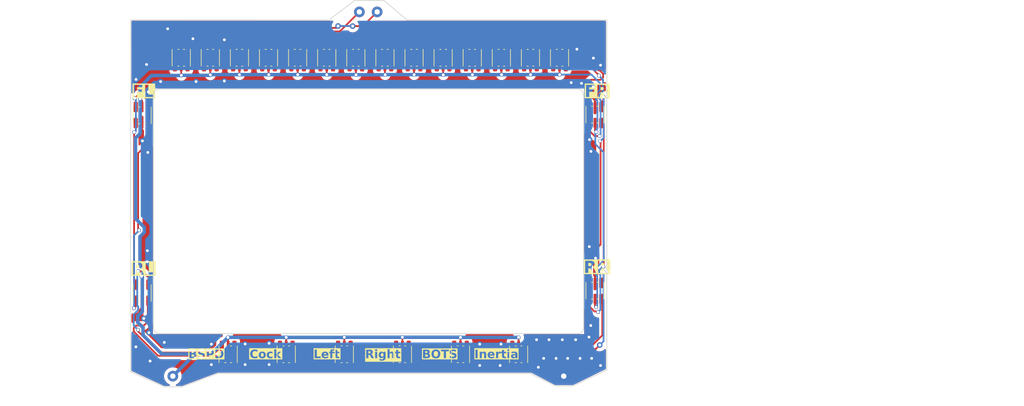
<source format=kicad_pcb>
(kicad_pcb (version 20221018) (generator pcbnew)
  (layers (0 "F.Cu" signal) (31 "B.Cu" signal) (34 "B.Paste" user) (35 "F.Paste" user) (36 "B.SilkS" user "B.Silkscreen") (37 "F.SilkS" user "F.Silkscreen") (38 "B.Mask" user) (39 "F.Mask" user) (44 "Edge.Cuts" user))
  (net 0 "")
  (net 1 "/I2C_Data")
  (net 2 "Net-(D1-DO)")
  (net 3 "/I2C_CLK")
  (net 4 "Net-(D1-CO)")
  (net 5 "GND")
  (net 6 "+5V")
  (net 7 "Net-(D2-DO)")
  (net 8 "Net-(D2-CO)")
  (net 9 "Net-(D3-DO)")
  (net 10 "Net-(D3-CO)")
  (net 11 "Net-(D4-DO)")
  (net 12 "Net-(D4-CO)")
  (net 13 "Net-(D5-DO)")
  (net 14 "Net-(D5-CO)")
  (net 15 "Net-(D6-DO)")
  (net 16 "Net-(D6-CO)")
  (net 17 "Net-(D7-DO)")
  (net 18 "Net-(D7-CO)")
  (net 19 "Net-(D8-DO)")
  (net 20 "Net-(D8-CO)")
  (net 21 "Net-(D10-DI)")
  (net 22 "Net-(D10-CI)")
  (net 23 "Net-(D10-DO)")
  (net 24 "Net-(D10-CO)")
  (net 25 "Net-(D11-DO)")
  (net 26 "Net-(D11-CO)")
  (net 27 "Net-(D12-DO)")
  (net 28 "Net-(D12-CO)")
  (net 29 "Net-(D13-DO)")
  (net 30 "Net-(D13-CO)")
  (net 31 "Net-(D14-DO)")
  (net 32 "Net-(D14-CO)")
  (net 33 "Net-(D15-DO)")
  (net 34 "Net-(D15-CO)")
  (net 35 "Net-(D16-DO)")
  (net 36 "Net-(D16-CO)")
  (net 37 "Net-(D17-DO)")
  (net 38 "Net-(D17-CO)")
  (net 39 "Net-(D18-DO)")
  (net 40 "Net-(D18-CO)")
  (net 41 "Net-(D19-DO)")
  (net 42 "Net-(D19-CO)")
  (net 43 "Net-(D20-DO)")
  (net 44 "Net-(D20-CO)")
  (net 45 "Net-(D21-DO)")
  (net 46 "Net-(D21-CO)")
  (net 47 "Net-(D22-DO)")
  (net 48 "Net-(D22-CO)")
  (net 49 "Net-(D23-DO)")
  (net 50 "Net-(D23-CO)")
  (footprint "Lukas:BB-2020BGR-TRB" (layer "F.Cu") (at 45.043 18.549 180)
    (fp_text reference "D7" hide)
    (fp_text value "~")
  )
  (footprint "Lukas:BB-2020BGR-TRB" (layer "F.Cu") (at 61.683 18.549 180)
    (fp_text reference "D11" hide)
    (fp_text value "~")
  )
  (footprint "Lukas:BB-2020BGR-TRB" (layer "F.Cu") (at 36.723 18.549 180)
    (fp_text reference "D5" hide)
    (fp_text value "~")
  )
  (footprint "Lukas:BB-2020BGR-TRB" (layer "F.Cu") (at 53.363 18.549 180)
    (fp_text reference "D9" hide)
    (fp_text value "~")
  )
  (footprint "Lukas:BB-2020BGR-TRB" (layer "F.Cu") (at 65.843 18.549 180)
    (fp_text reference "D12" hide)
    (fp_text value "~")
  )
  (footprint "Lukas:BB-2020BGR-TRB" (layer "F.Cu") (at 24.243 18.549 180)
    (fp_text reference "D2" hide)
    (fp_text value "~")
  )
  (footprint "Lukas:BB-2020BGR-TRB" (layer "F.Cu") (at 74.163 18.549 180)
    (fp_text reference "D14" hide)
    (fp_text value "~")
  )
  (footprint "Lukas:BB-2020BGR-TRB" (layer "F.Cu") (at 20.083 18.549 180)
    (fp_text reference "D1" hide)
    (fp_text value "~")
  )
  (footprint "Lukas:BB-2020BGR-TRB" (layer "F.Cu") (at 41.5992 58.54)
    (fp_text reference "D20" hide)
    (fp_text value "~")
  )
  (footprint "Lukas:BB-2020BGR-TRB" (layer "F.Cu") (at 33.2956 58.54)
    (fp_text reference "D21" hide)
    (fp_text value "~")
  )
  (footprint "Lukas:BB-2020BGR-TRB" (layer "F.Cu") (at 40.883 18.549 180)
    (fp_text reference "D6" hide)
    (fp_text value "~")
  )
  (footprint "Lukas:BB-2020BGR-TRB" (layer "F.Cu") (at 32.563 18.549 180)
    (fp_text reference "D4" hide)
    (fp_text value "~")
  )
  (footprint "Lukas:BB-2020BGR-TRB" (layer "F.Cu") (at 57.523 18.549 180)
    (fp_text reference "D10" hide)
    (fp_text value "~")
  )
  (footprint "Lukas:BB-2020BGR-TRB" (layer "F.Cu") (at 49.203 18.549 180)
    (fp_text reference "D8" hide)
    (fp_text value "~")
  )
  (footprint "Lukas:BB-2020BGR-TRB" (layer "F.Cu") (at 12.684 49.784)
    (fp_text reference "D23" hide)
    (fp_text value "~")
  )
  (footprint "Lukas:BB-2020BGR-TRB" (layer "F.Cu") (at 70.003 18.549 180)
    (fp_text reference "D13" hide)
    (fp_text value "~")
  )
  (footprint "Lukas:BB-2020BGR-TRB" (layer "F.Cu") (at 79.232 51.844 180)
    (fp_text reference "D16" hide)
    (fp_text value "~")
  )
  (footprint "Lukas:BB-2020BGR-TRB" (layer "F.Cu") (at 66.51 58.54)
    (fp_text reference "D17" hide)
    (fp_text value "~")
  )
  (footprint "Lukas:BB-2020BGR-TRB" (layer "F.Cu") (at 28.403 18.549 180)
    (fp_text reference "D3" hide)
    (fp_text value "~")
  )
  (footprint "Lukas:BB-2020BGR-TRB" (layer "F.Cu") (at 12.684 24.384)
    (fp_text reference "D24" hide)
    (fp_text value "~")
  )
  (footprint "Lukas:BB-2020BGR-TRB" (layer "F.Cu") (at 58.2064 58.54)
    (fp_text reference "D18" hide)
    (fp_text value "~")
  )
  (footprint "Lukas:BB-2020BGR-TRB" (layer "F.Cu") (at 49.9028 58.54)
    (fp_text reference "D19" hide)
    (fp_text value "~")
  )
  (footprint "Lukas:BB-2020BGR-TRB" (layer "F.Cu") (at 24.992 58.54)
    (fp_text reference "D22" hide)
    (fp_text value "~")
  )
  (footprint "Lukas:LED_Ring" (layer "F.Cu") (at 45.92 34.29)
    (fp_text reference "U1" hide)
    (fp_text value "~" hide)
    (fp_line (start -33.9725 27.94) (end -29.1465 30.099) (stroke (width 0.1)) (layer "Edge.Cuts"))
    (fp_line (start -33.9565 -22.352) (end -33.9725 27.94) (stroke (width 0.1)) (layer "Edge.Cuts"))
    (fp_line (start -29.1465 30.099) (end -26.6065 30.099) (stroke (width 0.1)) (layer "Edge.Cuts"))
    (fp_line (start -26.6065 30.099) (end -21.5265 28.194) (stroke (width 0.1)) (layer "Edge.Cuts"))
    (fp_line (start -21.5265 28.194) (end 23.1775 28.194) (stroke (width 0.1)) (layer "Edge.Cuts"))
    (fp_line (start -5.592 -22.366) (end -33.9565 -22.352) (stroke (width 0.1)) (layer "Edge.Cuts"))
    (fp_line (start -1.901 -25.146) (end -5.592 -22.366) (stroke (width 0.1)) (layer "Edge.Cuts"))
    (fp_line (start 2.2225 -25.146) (end -1.901 -25.146) (stroke (width 0.1)) (layer "Edge.Cuts"))
    (fp_line (start 5.5245 -22.352) (end 2.2225 -25.146) (stroke (width 0.1)) (layer "Edge.Cuts"))
    (fp_line (start 23.1775 28.194) (end 26.7335 29.972) (stroke (width 0.1)) (layer "Edge.Cuts"))
    (fp_line (start 26.7335 29.972) (end 29.2735 29.972) (stroke (width 0.1)) (layer "Edge.Cuts"))
    (fp_line (start 29.2735 29.972) (end 34.0995 27.686) (stroke (width 0.1)) (layer "Edge.Cuts"))
    (fp_line (start 34.0995 -22.352) (end 5.5245 -22.352) (stroke (width 0.1)) (layer "Edge.Cuts"))
    (fp_line (start 34.0995 27.686) (end 34.0995 -22.352) (stroke (width 0.1)) (layer "Edge.Cuts"))
  )
  (footprint "Lukas:BB-2020BGR-TRB" (layer "F.Cu") (at 79.232 26.684 180)
    (fp_text reference "D15" hide)
    (fp_text value "~")
  )
  (gr_line (start 15.224 22.606) (end 15.24 55.991168) (stroke (width 0.1)) (layer "Edge.Cuts"))
  (gr_arc (start 15.224 22.606) (mid 15.452861 22.061498) (end 16.002 21.844) (stroke (width 0.1)) (layer "Edge.Cuts"))
  (gr_line (start 75.946 21.844) (end 16.002 21.844) (stroke (width 0.1)) (layer "Edge.Cuts"))
  (gr_line (start 76.692168 56.007) (end 76.692 22.606) (stroke (width 0.1)) (layer "Edge.Cuts"))
  (gr_arc (start 76.692168 56.007) (mid 76.474562 56.540247) (end 75.946 56.769) (stroke (width 0.1)) (layer "Edge.Cuts"))
  (gr_line (start 15.986 56.769) (end 75.946 56.769) (stroke (width 0.1)) (layer "Edge.Cuts"))
  (gr_arc (start 75.946 21.844) (mid 76.479189 22.068175) (end 76.692 22.606) (stroke (width 0.1)) (layer "Edge.Cuts"))
  (gr_arc (start 15.986 56.769) (mid 15.45183 56.534658) (end 15.24 55.991168) (stroke (width 0.1)) (layer "Edge.Cuts"))
  (gr_text "Inertia" (at 61.087 60.5) (layer "F.SilkS" knockout) (effects (font (size 1.2 1.2) (thickness 0.3) bold) (justify left bottom)))
  (gr_text "RL" (at 12.065 48.641) (layer "F.SilkS" knockout) (effects (font (size 1.7 1.7) (thickness 0.3) bold) (justify left bottom)))
  (gr_text "RR" (at 76.708 48.387) (layer "F.SilkS" knockout) (effects (font (size 1.7 1.7) (thickness 0.3) bold) (justify left bottom)))
  (gr_text "Cock" (at 28.956 60.5) (layer "F.SilkS" knockout) (effects (font (size 1.2 1.2) (thickness 0.3) bold) (justify left bottom)))
  (gr_text "BOTS" (at 53.594 60.5) (layer "F.SilkS" knockout) (effects (font (size 1.2 1.2) (thickness 0.3) bold) (justify left bottom)))
  (gr_text "Left" (at 38.1 60.5) (layer "F.SilkS" knockout) (effects (font (size 1.2 1.2) (thickness 0.3) bold) (justify left bottom)))
  (gr_text "Right" (at 45.466 60.5) (layer "F.SilkS" knockout) (effects (font (size 1.2 1.2) (thickness 0.3) bold) (justify left bottom)))
  (gr_text "FL" (at 12.192 23.241) (layer "F.SilkS" knockout) (effects (font (size 1.7 1.7) (thickness 0.3) bold) (justify left bottom)))
  (gr_text "BSPD" (at 20.193 60.5) (layer "F.SilkS" knockout) (effects (font (size 1.2 1.2) (thickness 0.3) bold) (justify left bottom)))
  (gr_text "FR" (at 76.835 23.241) (layer "F.SilkS" knockout) (effects (font (size 1.7 1.7) (thickness 0.3) bold) (justify left bottom)))
  (segment (start 41.856 13.589) (end 44.65 10.795) (width 0.25) (layer "F.Cu") (net 1))
  (segment (start 18.283 16.249) (end 18.283 15.119396) (width 0.25) (layer "F.Cu") (net 1))
  (segment (start 19.813396 13.589) (end 41.856 13.589) (width 0.25) (layer "F.Cu") (net 1))
  (segment (start 18.283 15.119396) (end 19.813396 13.589) (width 0.25) (layer "F.Cu") (net 1))
  (segment (start 21.037 17.203) (end 21.489 17.203) (width 0.25) (layer "F.Cu") (net 2))
  (segment (start 21.489 17.203) (end 22.443 16.249) (width 0.25) (layer "F.Cu") (net 2))
  (segment (start 20.083 16.249) (end 21.037 17.203) (width 0.25) (layer "F.Cu") (net 2))
  (segment (start 18.283 18.549) (end 17.658 17.924) (width 0.25) (layer "F.Cu") (net 3))
  (segment (start 22.352 13.081) (end 41.338694 13.081) (width 0.25) (layer "F.Cu") (net 3))
  (segment (start 43.688 12.827) (end 45.158 12.827) (width 0.25) (layer "F.Cu") (net 3))
  (segment (start 45.158 12.827) (end 47.19 10.795) (width 0.25) (layer "F.Cu") (net 3))
  (segment (start 41.338694 13.081) (end 41.605847 12.813847) (width 0.25) (layer "F.Cu") (net 3))
  (segment (start 17.658 17.924) (end 17.658 15.108) (width 0.25) (layer "F.Cu") (net 3))
  (segment (start 19.685 13.081) (end 22.352 13.081) (width 0.25) (layer "F.Cu") (net 3))
  (segment (start 17.658 15.108) (end 19.685 13.081) (width 0.25) (layer "F.Cu") (net 3))
  (via (at 43.688 12.827) (size 0.8) (drill 0.4) (layers "F.Cu" "B.Cu") (net 3))
  (via (at 41.605847 12.813847) (size 0.8) (drill 0.4) (layers "F.Cu" "B.Cu") (net 3))
  (segment (start 41.605847 12.813847) (end 43.674847 12.813847) (width 0.25) (layer "B.Cu") (net 3))
  (segment (start 43.674847 12.813847) (end 43.688 12.827) (width 0.25) (layer "B.Cu") (net 3))
  (segment (start 20.083 18.549) (end 20.979 17.653) (width 0.25) (layer "F.Cu") (net 4))
  (segment (start 21.547 17.653) (end 22.443 18.549) (width 0.25) (layer "F.Cu") (net 4))
  (segment (start 20.979 17.653) (end 21.547 17.653) (width 0.25) (layer "F.Cu") (net 4))
  (via (at 77.851 60.325) (size 0.8) (drill 0.4) (layers "F.Cu" "B.Cu") (net 5))
  (via (at 77.47 57.277) (size 0.8) (drill 0.4) (layers "F.Cu" "B.Cu") (net 5))
  (via (at 70.231 61.595) (size 0.8) (drill 0.4) (layers "F.Cu" "B.Cu") (net 5))
  (via (at 20.8534 14.6304) (size 0.8) (drill 0.4) (layers "F.Cu" "B.Cu") (net 5))
  (via (at 25.3492 14.7828) (size 0.8) (drill 0.4) (layers "F.Cu" "B.Cu") (net 5))
  (via (at 25.3492 20.6756) (size 0.8) (drill 0.4) (layers "F.Cu" "B.Cu") (net 5))
  (via (at 75.565 57.658) (size 0.8) (drill 0.4) (layers "F.Cu" "B.Cu") (net 5))
  (via (at 14.5796 56.642) (size 0.8) (drill 0.4) (layers "F.Cu" "B.Cu") (net 5))
  (via (at 76.2 60.325) (size 0.8) (drill 0.4) (layers "F.Cu" "B.Cu") (net 5))
  (via (at 78.0796 21.4884) (size 0.8) (drill 0.4) (layers "F.Cu" "B.Cu") (net 5))
  (via (at 14.4018 30.8864) (size 0.8) (drill 0.4) (layers "F.Cu" "B.Cu") (net 5))
  (via (at 70.993 60.325) (size 0.8) (drill 0.4) (layers "F.Cu" "B.Cu") (net 5))
  (via (at 12.7 58.674) (size 0.8) (drill 0.4) (layers "F.Cu" "B.Cu") (net 5))
  (via (at 78.4098 45.9994) (size 0.8) (drill 0.4) (layers "F.Cu" "B.Cu") (net 5))
  (via (at 72.771 60.325) (size 0.8) (drill 0.4) (layers "F.Cu" "B.Cu") (net 5))
  (via (at 73.66 57.658) (size 0.8) (drill 0.4) (layers "F.Cu" "B.Cu") (net 5))
  (via (at 71.755 57.658) (size 0.8) (drill 0.4) (layers "F.Cu" "B.Cu") (net 5))
  (via (at 31.75 61.214) (size 0.8) (drill 0.4) (layers "F.Cu" "B.Cu") (net 5))
  (via (at 21.3106 20.7518) (size 0.8) (drill 0.4) (layers "F.Cu" "B.Cu") (net 5))
  (via (at 74.93 20.9042) (size 0.8) (drill 0.4) (layers "F.Cu" "B.Cu") (net 5))
  (via (at 13.6398 29.2354) (size 0.8) (drill 0.4) (layers "F.Cu" "B.Cu") (net 5))
  (via (at 64.897 58.293) (size 0.8) (drill 0.4) (layers "F.Cu" "B.Cu") (net 5))
  (via (at 77.5208 44.3484) (size 0.8) (drill 0.4) (layers "F.Cu" "B.Cu") (net 5))
  (via (at 28.321 61.214) (size 0.8) (drill 0.4) (layers "F.Cu" "B.Cu") (net 5))
  (via (at 13.831022 54.615561) (size 0.8) (drill 0.4) (layers "F.Cu" "B.Cu") (net 5))
  (via (at 16.2306 20.7518) (size 0.8) (drill 0.4) (layers "F.Cu" "B.Cu") (net 5))
  (via (at 16.764 58.039) (size 0.8) (drill 0.4) (layers "F.Cu" "B.Cu") (net 5))
  (via (at 75.7428 16.129) (size 0.8) (drill 0.4) (layers "F.Cu" "B.Cu") (net 5))
  (via (at 14.478 22.225) (size 0.8) (drill 0.4) (layers "F.Cu" "B.Cu") (net 5))
  (via (at 77.5462 29.0576) (size 0.8) (drill 0.4) (layers "F.Cu" "B.Cu") (net 5))
  (via (at 77.724 55.626) (size 0.8) (drill 0.4) (layers "F.Cu" "B.Cu") (net 5))
  (via (at 17.2466 13.208) (size 0.8) (drill 0.4) (layers "F.Cu" "B.Cu") (net 5))
  (via (at 76.4032 21.0058) (size 0.8) (drill 0.4) (layers "F.Cu" "B.Cu") (net 5))
  (via (at 28.321 58.2676) (size 0.8) (drill 0.4) (layers "F.Cu" "B.Cu") (net 5))
  (via (at 61.849 58.293) (size 0.8) (drill 0.4) (layers "F.Cu" "B.Cu") (net 5))
  (via (at 79.121 18.415) (size 0.8) (drill 0.4) (layers "F.Cu" "B.Cu") (net 5))
  (via (at 23.495 58.293) (size 0.8) (drill 0.4) (layers "F.Cu" "B.Cu") (net 5))
  (via (at 74.422 60.325) (size 0.8) (drill 0.4) (layers "F.Cu" "B.Cu") (net 5))
  (via (at 14.732 60.706) (size 0.8) (drill 0.4) (layers "F.Cu" "B.Cu") (net 5))
  (via (at 14.3002 46.5074) (size 0.8) (drill 0.4) (layers "F.Cu" "B.Cu") (net 5))
  (via (at 61.849 61.341) (size 0.8) (drill 0.4) (layers "F.Cu" "B.Cu") (net 5))
  (via (at 31.75 58.166) (size 0.8) (drill 0.4) (layers "F.Cu" "B.Cu") (net 5))
  (via (at 23.495 61.214) (size 0.8) (drill 0.4) (layers "F.Cu" "B.Cu") (net 5))
  (via (at 77.7494 30.734) (size 0.8) (drill 0.4) (layers "F.Cu" "B.Cu") (net 5))
  (via (at 69.977 57.658) (size 0.8) (drill 0.4) (layers "F.Cu" "B.Cu") (net 5))
  (via (at 14.224 18.3134) (size 0.8) (drill 0.4) (layers "F.Cu" "B.Cu") (net 5))
  (via (at 78.105 17.399) (size 0.8) (drill 0.4) (layers "F.Cu" "B.Cu") (net 5))
  (via (at 14.351 44.9326) (size 0.8) (drill 0.4) (layers "F.Cu" "B.Cu") (net 5))
  (via (at 79.121 61.341) (size 0.8) (drill 0.4) (layers "F.Cu" "B.Cu") (net 5))
  (via (at 12.7254 20.447) (size 0.8) (drill 0.4) (layers "F.Cu" "B.Cu") (net 5))
  (via (at 64.77 61.341) (size 0.8) (drill 0.4) (layers "F.Cu" "B.Cu") (net 5))
  (segment (start 23.343 19.7862) (end 23.3426 19.7866) (width 0.25) (layer "F.Cu") (net 6))
  (segment (start 64.943 18.549) (end 64.943 19.731) (width 0.25) (layer "F.Cu") (net 6))
  (segment (start 19.183 18.549) (end 19.183 19.8434) (width 0.25) (layer "F.Cu") (net 6))
  (segment (start 50.8028 57.3052) (end 50.8 57.3024) (width 0.25) (layer "F.Cu") (net 6))
  (segment (start 78.332 51.844) (end 78.332 52.839) (width 0.25) (layer "F.Cu") (net 6))
  (segment (start 13.584 23.490217) (end 13.311775 23.217992) (width 0.25) (layer "F.Cu") (net 6))
  (segment (start 44.143 18.549) (end 44.143 19.759) (width 0.25) (layer "F.Cu") (net 6))
  (segment (start 34.1956 58.54) (end 34.1956 57.335) (width 0.25) (layer "F.Cu") (net 6))
  (segment (start 27.503 19.756) (end 27.5082 19.7612) (width 0.25) (layer "F.Cu") (net 6))
  (segment (start 35.823 18.549) (end 35.823 19.7448) (width 0.25) (layer "F.Cu") (net 6))
  (segment (start 25.892 58.54) (end 25.892 57.3626) (width 0.25) (layer "F.Cu") (net 6))
  (segment (start 60.783 18.549) (end 60.783 19.7366) (width 0.25) (layer "F.Cu") (net 6))
  (segment (start 23.343 18.549) (end 23.343 19.7862) (width 0.25) (layer "F.Cu") (net 6))
  (segment (start 52.463 19.7478) (end 52.4764 19.7612) (width 0.25) (layer "F.Cu") (net 6))
  (segment (start 48.303 18.549) (end 48.303 19.728) (width 0.25) (layer "F.Cu") (net 6))
  (segment (start 73.263 18.549) (end 73.263 19.7452) (width 0.25) (layer "F.Cu") (net 6))
  (segment (start 60.783 19.7366) (end 60.8076 19.7612) (width 0.25) (layer "F.Cu") (net 6))
  (segment (start 39.983 18.549) (end 39.983 19.7578) (width 0.25) (layer "F.Cu") (net 6))
  (segment (start 31.663 18.549) (end 31.663 19.725) (width 0.25) (layer "F.Cu") (net 6))
  (segment (start 56.623 18.549) (end 56.623 19.7676) (width 0.25) (layer "F.Cu") (net 6))
  (segment (start 52.463 18.549) (end 52.463 19.7478) (width 0.25) (layer "F.Cu") (net 6))
  (segment (start 67.41 58.54) (end 67.41 57.3294) (width 0.25) (layer "F.Cu") (net 6))
  (segment (start 25.892 57.3626) (end 25.8572 57.3278) (width 0.25) (layer "F.Cu") (net 6))
  (segment (start 64.943 19.731) (end 64.9732 19.7612) (width 0.25) (layer "F.Cu") (net 6))
  (segment (start 39.983 19.7578) (end 39.9796 19.7612) (width 0.25) (layer "F.Cu") (net 6))
  (segment (start 69.103 18.549) (end 69.103 19.7508) (width 0.25) (layer "F.Cu") (net 6))
  (segment (start 42.4992 57.3074) (end 42.4942 57.3024) (width 0.25) (layer "F.Cu") (net 6))
  (segment (start 59.1064 57.3284) (end 59.1058 57.3278) (width 0.25) (layer "F.Cu") (net 6))
  (segment (start 78.332 26.684) (end 78.332 27.7438) (width 0.25) (layer "F.Cu") (net 6))
  (segment (start 13.584 48.691532) (end 13.496 48.603532) (width 0.25) (layer "F.Cu") (net 6))
  (segment (start 44.143 19.759) (end 44.1706 19.7866) (width 0.25) (layer "F.Cu") (net 6))
  (segment (start 50.8028 58.54) (end 50.8028 57.3052) (width 0.25) (layer "F.Cu") (net 6))
  (segment (start 35.823 19.7448) (end 35.8394 19.7612) (width 0.25) (layer "F.Cu") (net 6))
  (segment (start 31.663 19.725) (end 31.6992 19.7612) (width 0.25) (layer "F.Cu") (net 6))
  (segment (start 27.503 18.549) (end 27.503 19.756) (width 0.25) (layer "F.Cu") (net 6))
  (segment (start 59.1064 58.54) (end 59.1064 57.3284) (width 0.25) (layer "F.Cu") (net 6))
  (segment (start 78.332 27.7438) (end 78.5282 27.94) (width 0.25) (layer "F.Cu") (net 6))
  (segment (start 34.1956 57.335) (end 34.1884 57.3278) (width 0.25) (layer "F.Cu") (net 6))
  (segment (start 48.303 19.728) (end 48.3362 19.7612) (width 0.25) (layer "F.Cu") (net 6))
  (segment (start 73.263 19.7452) (end 73.279 19.7612) (width 0.25) (layer "F.Cu") (net 6))
  (segment (start 13.584 24.384) (end 13.584 23.490217) (width 0.25) (layer "F.Cu") (net 6))
  (segment (start 42.4992 58.54) (end 42.4992 57.3074) (width 0.25) (layer "F.Cu") (net 6))
  (segment (start 56.623 19.7676) (end 56.642 19.7866) (width 0.25) (layer "F.Cu") (net 6))
  (segment (start 67.41 57.3294) (end 67.4116 57.3278) (width 0.25) (layer "F.Cu") (net 6))
  (segment (start 19.183 19.8434) (end 19.2024 19.8628) (width 0.25) (layer "F.Cu") (net 6))
  (segment (start 78.332 52.839) (end 78.5028 53.0098) (width 0.25) (layer "F.Cu") (net 6))
  (segment (start 13.584 49.784) (end 13.584 48.691532) (width 0.25) (layer "F.Cu") (net 6))
  (segment (start 69.103 19.7508) (end 69.1134 19.7612) (width 0.25) (layer "F.Cu") (net 6))
  (via (at 78.5028 53.0098) (size 0.55) (drill 0.4) (layers "F.Cu" "B.Cu") (net 6))
  (via (at 48.3362 19.7612) (size 0.55) (drill 0.4) (layers "F.Cu" "B.Cu") (net 6))
  (via (at 64.9732 19.7612) (size 0.55) (drill 0.4) (layers "F.Cu" "B.Cu") (net 6))
  (via (at 60.8076 19.7612) (size 0.55) (drill 0.4) (layers "F.Cu" "B.Cu") (net 6))
  (via (at 13.496 48.603532) (size 0.55) (drill 0.4) (layers "F.Cu" "B.Cu") (net 6))
  (via (at 78.5282 27.94) (size 0.55) (drill 0.4) (layers "F.Cu" "B.Cu") (net 6))
  (via (at 50.8 57.3024) (size 0.55) (drill 0.4) (layers "F.Cu" "B.Cu") (net 6))
  (via (at 69.1134 19.7612) (size 0.55) (drill 0.4) (layers "F.Cu" "B.Cu") (net 6))
  (via (at 27.5082 19.7612) (size 0.55) (drill 0.4) (layers "F.Cu" "B.Cu") (net 6))
  (via (at 73.279 19.7612) (size 0.55) (drill 0.4) (layers "F.Cu" "B.Cu") (net 6))
  (via (at 31.6992 19.7612) (size 0.55) (drill 0.4) (layers "F.Cu" "B.Cu") (net 6))
  (via (at 23.3426 19.7866) (size 0.55) (drill 0.4) (layers "F.Cu" "B.Cu") (net 6))
  (via (at 67.4116 57.3278) (size 0.55) (drill 0.4) (layers "F.Cu" "B.Cu") (net 6))
  (via (at 39.9796 19.7612) (size 0.55) (drill 0.4) (layers "F.Cu" "B.Cu") (net 6))
  (via (at 25.8572 57.3278) (size 0.55) (drill 0.4) (layers "F.Cu" "B.Cu") (net 6))
  (via (at 35.8394 19.7612) (size 0.55) (drill 0.4) (layers "F.Cu" "B.Cu") (net 6))
  (via (at 56.642 19.7866) (size 0.55) (drill 0.4) (layers "F.Cu" "B.Cu") (net 6))
  (via (at 42.4942 57.3024) (size 0.55) (drill 0.4) (layers "F.Cu" "B.Cu") (net 6))
  (via (at 13.311775 23.217992) (size 0.55) (drill 0.4) (layers "F.Cu" "B.Cu") (net 6))
  (via (at 34.1884 57.3278) (size 0.55) (drill 0.4) (layers "F.Cu" "B.Cu") (net 6))
  (via (at 52.4764 19.7612) (size 0.55) (drill 0.4) (layers "F.Cu" "B.Cu") (net 6))
  (via (at 59.1058 57.3278) (size 0.55) (drill 0.4) (layers "F.Cu" "B.Cu") (net 6))
  (via (at 44.1706 19.7866) (size 0.55) (drill 0.4) (layers "F.Cu" "B.Cu") (net 6))
  (via (at 19.2024 19.8628) (size 0.55) (drill 0.4) (layers "F.Cu" "B.Cu") (net 6))
  (segment (start 48.3616 19.7866) (end 48.3362 19.7612) (width 0.5) (layer "B.Cu") (net 6))
  (segment (start 78.5282 27.593) (end 78.5282 27.94) (width 0.25) (layer "B.Cu") (net 6))
  (segment (start 12.9702 54.274301) (end 12.9702 55.182761) (width 0.5) (layer "B.Cu") (net 6))
  (segment (start 78.6528 48.578928) (end 78.6528 52.8598) (width 0.25) (layer "B.Cu") (net 6))
  (segment (start 56.642 19.7866) (end 56.6674 19.7612) (width 0.5) (layer "B.Cu") (net 6))
  (segment (start 13.623 48.730532) (end 13.623 53.621501) (width 0.5) (layer "B.Cu") (net 6))
  (segment (start 12.6492 40.3352) (end 12.6492 28.838305) (width 0.5) (layer "B.Cu") (net 6))
  (segment (start 79.5782 43.7134) (end 79.5782 46.319271) (width 0.25) (layer "B.Cu") (net 6))
  (segment (start 13.311775 23.217992) (end 13.311775 21.511625) (width 0.5) (layer "B.Cu") (net 6))
  (segment (start 79.5528 30.861) (end 79.5528 43.688) (width 0.25) (layer "B.Cu") (net 6))
  (segment (start 13.721073 57.002673) (end 16.4084 59.69) (width 0.5) (layer "B.Cu") (net 6))
  (segment (start 78.3782 28.09) (end 78.3782 29.6864) (width 0.25) (layer "B.Cu") (net 6))
  (segment (start 56.6166 19.7612) (end 56.642 19.7866) (width 0.5) (layer "B.Cu") (net 6))
  (segment (start 59.0804 57.3024) (end 50.8 57.3024) (width 0.5) (layer "B.Cu") (net 6))
  (segment (start 73.279 19.7612) (end 77.8256 19.7612) (width 0.25) (layer "B.Cu") (net 6))
  (segment (start 34.1884 57.3278) (end 42.4688 57.3278) (width 0.5) (layer "B.Cu") (net 6))
  (segment (start 13.2842 47.066495) (end 13.2842 42.925705) (width 0.5) (layer "B.Cu") (net 6))
  (segment (start 13.496 48.603532) (end 13.771 48.328532) (width 0.5) (layer "B.Cu") (net 6))
  (segment (start 23.495 59.69) (end 25.869 57.316) (width 0.5) (layer "B.Cu") (net 6))
  (segment (start 78.3782 29.6864) (end 79.5528 30.861) (width 0.25) (layer "B.Cu") (net 6))
  (segment (start 69.1134 19.7612) (end 69.1388 19.7358) (width 0.5) (layer "B.Cu") (net 6))
  (segment (start 13.898 41.584) (end 12.6492 40.3352) (width 0.5) (layer "B.Cu") (net 6))
  (segment (start 13.2842 42.925705) (end 13.898 42.311905) (width 0.5) (layer "B.Cu") (net 6))
  (segment (start 13.311775 28.17573) (end 13.311775 23.217992) (width 0.5) (layer "B.Cu") (net 6))
  (segment (start 44.1706 19.7866) (end 48.3616 19.7866) (width 0.5) (layer "B.Cu") (net 6))
  (segment (start 13.771 47.553295) (end 13.2842 47.066495) (width 0.5) (layer "B.Cu") (net 6))
  (segment (start 52.4764 19.7612) (end 56.6166 19.7612) (width 0.5) (layer "B.Cu") (net 6))
  (segment (start 21.155 59.69) (end 17.98 62.865) (width 0.5) (layer "B.Cu") (net 6))
  (segment (start 78.6782 27.443) (end 78.5282 27.593) (width 0.25) (layer "B.Cu") (net 6))
  (segment (start 44.1452 19.7612) (end 44.1706 19.7866) (width 0.5) (layer "B.Cu") (net 6))
  (segment (start 25.8572 57.3278) (end 23.495 59.69) (width 0.5) (layer "B.Cu") (net 6))
  (segment (start 78.4774 48.403528) (end 78.6528 48.578928) (width 0.25) (layer "B.Cu") (net 6))
  (segment (start 78.6528 52.8598) (end 78.5028 53.0098) (width 0.25) (layer "B.Cu") (net 6))
  (segment (start 67.4116 57.3278) (end 59.1058 57.3278) (width 0.5) (layer "B.Cu") (net 6))
  (segment (start 77.8256 19.7612) (end 79.0266 20.9622) (width 0.25) (layer "B.Cu") (net 6))
  (segment (start 39.9796 19.7612) (end 44.1452 19.7612) (width 0.5) (layer "B.Cu") (net 6))
  (segment (start 56.6674 19.7612) (end 60.8076 19.7612) (width 0.5) (layer "B.Cu") (net 6))
  (segment (start 19.2024 19.8628) (end 23.2664 19.8628) (width 0.5) (layer "B.Cu") (net 6))
  (segment (start 23.3426 19.7866) (end 23.368 19.7612) (width 0.5) (layer "B.Cu") (net 6))
  (segment (start 73.2536 19.7358) (end 73.279 19.7612) (width 0.5) (layer "B.Cu") (net 6))
  (segment (start 78.6782 23.546525) (end 78.6782 27.443) (width 0.25) (layer "B.Cu") (net 6))
  (segment (start 13.771 48.328532) (end 13.771 47.553295) (width 0.5) (layer "B.Cu") (net 6))
  (segment (start 79.5782 46.319271) (end 78.4774 47.420071) (width 0.25) (layer "B.Cu") (net 6))
  (segment (start 13.898 42.311905) (end 13.898 41.584) (width 0.5) (layer "B.Cu") (net 6))
  (segment (start 78.4774 47.420071) (end 78.4774 48.403528) (width 0.25) (layer "B.Cu") (net 6))
  (segment (start 79.0266 20.9622) (end 79.0266 21.926675) (width 0.25) (layer "B.Cu") (net 6))
  (segment (start 42.4942 57.3024) (end 50.8 57.3024) (width 0.5) (layer "B.Cu") (net 6))
  (segment (start 78.5282 27.94) (end 78.3782 28.09) (width 0.25) (layer "B.Cu") (net 6))
  (segment (start 60.8076 19.7612) (end 65.024 19.7612) (width 0.5) (layer "B.Cu") (net 6))
  (segment (start 78.4774 23.345725) (end 78.6782 23.546525) (width 0.25) (layer "B.Cu") (net 6))
  (segment (start 13.496 48.603532) (end 13.623 48.730532) (width 0.5) (layer "B.Cu") (net 6))
  (segment (start 59.1058 57.3278) (end 59.0804 57.3024) (width 0.5) (layer "B.Cu") (net 6))
  (segment (start 19.177 19.8882) (end 19.2024 19.8628) (width 0.5) (layer "B.Cu") (net 6))
  (segment (start 78.4774 22.475875) (end 78.4774 23.345725) (width 0.25) (layer "B.Cu") (net 6))
  (segment (start 12.9702 55.182761) (end 13.721073 55.933634) (width 0.5) (layer "B.Cu") (net 6))
  (segment (start 23.2664 19.8628) (end 23.3426 19.7866) (width 0.5) (layer "B.Cu") (net 6))
  (segment (start 14.9352 19.8882) (end 19.177 19.8882) (width 0.5) (layer "B.Cu") (net 6))
  (segment (start 64.9732 19.7612) (end 69.1134 19.7612) (width 0.5) (layer "B.Cu") (net 6))
  (segment (start 25.869 57.316) (end 34.1766 57.316) (width 0.5) (layer "B.Cu") (net 6))
  (segment (start 23.495 59.69) (end 21.155 59.69) (width 0.5) (layer "B.Cu") (net 6))
  (segment (start 13.721073 55.933634) (end 13.721073 57.002673) (width 0.5) (layer "B.Cu") (net 6))
  (segment (start 42.4688 57.3278) (end 42.4942 57.3024) (width 0.5) (layer "B.Cu") (net 6))
  (segment (start 34.1766 57.316) (end 34.1884 57.3278) (width 0.5) (layer "B.Cu") (net 6))
  (segment (start 27.5082 19.7612) (end 31.6992 19.7612) (width 0.5) (layer "B.Cu") (net 6))
  (segment (start 23.368 19.7612) (end 27.5082 19.7612) (width 0.5) (layer "B.Cu") (net 6))
  (segment (start 16.4084 59.69) (end 21.155 59.69) (width 0.5) (layer "B.Cu") (net 6))
  (segment (start 12.6492 28.838305) (end 13.311775 28.17573) (width 0.5) (layer "B.Cu") (net 6))
  (segment (start 48.3362 19.7612) (end 52.4764 19.7612) (width 0.5) (layer "B.Cu") (net 6))
  (segment (start 79.0266 21.926675) (end 78.4774 22.475875) (width 0.25) (layer "B.Cu") (net 6))
  (segment (start 69.1388 19.7358) (end 73.2536 19.7358) (width 0.5) (layer "B.Cu") (net 6))
  (segment (start 13.311775 21.511625) (end 14.9352 19.8882) (width 0.5) (layer "B.Cu") (net 6))
  (segment (start 35.8394 19.7612) (end 31.6992 19.7612) (width 0.5) (layer "B.Cu") (net 6))
  (segment (start 13.623 53.621501) (end 12.9702 54.274301) (width 0.5) (layer "B.Cu") (net 6))
  (segment (start 79.5528 43.688) (end 79.5782 43.7134) (width 0.25) (layer "B.Cu") (net 6))
  (segment (start 35.8394 19.7612) (end 39.9796 19.7612) (width 0.5) (layer "B.Cu") (net 6))
  (segment (start 25.649 17.203) (end 26.603 16.249) (width 0.25) (layer "F.Cu") (net 7))
  (segment (start 25.197 17.203) (end 25.649 17.203) (width 0.25) (layer "F.Cu") (net 7))
  (segment (start 24.243 16.249) (end 25.197 17.203) (width 0.25) (layer "F.Cu") (net 7))
  (segment (start 24.243 18.549) (end 25.139 17.653) (width 0.25) (layer "F.Cu") (net 8))
  (segment (start 25.139 17.653) (end 25.707 17.653) (width 0.25) (layer "F.Cu") (net 8))
  (segment (start 25.707 17.653) (end 26.603 18.549) (width 0.25) (layer "F.Cu") (net 8))
  (segment (start 28.403 16.249) (end 29.357 17.203) (width 0.25) (layer "F.Cu") (net 9))
  (segment (start 29.809 17.203) (end 30.763 16.249) (width 0.25) (layer "F.Cu") (net 9))
  (segment (start 29.357 17.203) (end 29.809 17.203) (width 0.25) (layer "F.Cu") (net 9))
  (segment (start 28.403 18.549) (end 29.299 17.653) (width 0.25) (layer "F.Cu") (net 10))
  (segment (start 29.867 17.653) (end 30.763 18.549) (width 0.25) (layer "F.Cu") (net 10))
  (segment (start 29.299 17.653) (end 29.867 17.653) (width 0.25) (layer "F.Cu") (net 10))
  (segment (start 33.969 17.203) (end 34.923 16.249) (width 0.25) (layer "F.Cu") (net 11))
  (segment (start 32.563 16.249) (end 33.517 17.203) (width 0.25) (layer "F.Cu") (net 11))
  (segment (start 33.517 17.203) (end 33.969 17.203) (width 0.25) (layer "F.Cu") (net 11))
  (segment (start 33.459 17.653) (end 34.027 17.653) (width 0.25) (layer "F.Cu") (net 12))
  (segment (start 34.027 17.653) (end 34.923 18.549) (width 0.25) (layer "F.Cu") (net 12))
  (segment (start 32.563 18.549) (end 33.459 17.653) (width 0.25) (layer "F.Cu") (net 12))
  (segment (start 38.129 17.203) (end 39.083 16.249) (width 0.25) (layer "F.Cu") (net 13))
  (segment (start 36.723 16.249) (end 37.677 17.203) (width 0.25) (layer "F.Cu") (net 13))
  (segment (start 37.677 17.203) (end 38.129 17.203) (width 0.25) (layer "F.Cu") (net 13))
  (segment (start 38.187 17.653) (end 39.083 18.549) (width 0.25) (layer "F.Cu") (net 14))
  (segment (start 36.723 18.549) (end 37.619 17.653) (width 0.25) (layer "F.Cu") (net 14))
  (segment (start 37.619 17.653) (end 38.187 17.653) (width 0.25) (layer "F.Cu") (net 14))
  (segment (start 41.837 17.203) (end 42.289 17.203) (width 0.25) (layer "F.Cu") (net 15))
  (segment (start 42.289 17.203) (end 43.243 16.249) (width 0.25) (layer "F.Cu") (net 15))
  (segment (start 40.883 16.249) (end 41.837 17.203) (width 0.25) (layer "F.Cu") (net 15))
  (segment (start 42.347 17.653) (end 43.243 18.549) (width 0.25) (layer "F.Cu") (net 16))
  (segment (start 40.883 18.549) (end 41.779 17.653) (width 0.25) (layer "F.Cu") (net 16))
  (segment (start 41.779 17.653) (end 42.347 17.653) (width 0.25) (layer "F.Cu") (net 16))
  (segment (start 45.997 17.203) (end 46.449 17.203) (width 0.25) (layer "F.Cu") (net 17))
  (segment (start 46.449 17.203) (end 47.403 16.249) (width 0.25) (layer "F.Cu") (net 17))
  (segment (start 45.043 16.249) (end 45.997 17.203) (width 0.25) (layer "F.Cu") (net 17))
  (segment (start 45.939 17.653) (end 46.507 17.653) (width 0.25) (layer "F.Cu") (net 18))
  (segment (start 46.507 17.653) (end 47.403 18.549) (width 0.25) (layer "F.Cu") (net 18))
  (segment (start 45.043 18.549) (end 45.939 17.653) (width 0.25) (layer "F.Cu") (net 18))
  (segment (start 50.609 17.203) (end 51.563 16.249) (width 0.25) (layer "F.Cu") (net 19))
  (segment (start 50.157 17.203) (end 50.609 17.203) (width 0.25) (layer "F.Cu") (net 19))
  (segment (start 49.203 16.249) (end 50.157 17.203) (width 0.25) (layer "F.Cu") (net 19))
  (segment (start 49.203 18.549) (end 50.099 17.653) (width 0.25) (layer "F.Cu") (net 20))
  (segment (start 50.667 17.653) (end 51.563 18.549) (width 0.25) (layer "F.Cu") (net 20))
  (segment (start 50.099 17.653) (end 50.667 17.653) (width 0.25) (layer "F.Cu") (net 20))
  (segment (start 53.363 16.249) (end 54.317 17.203) (width 0.25) (layer "F.Cu") (net 21))
  (segment (start 54.769 17.203) (end 55.723 16.249) (width 0.25) (layer "F.Cu") (net 21))
  (segment (start 54.317 17.203) (end 54.769 17.203) (width 0.25) (layer "F.Cu") (net 21))
  (segment (start 54.827 17.653) (end 55.723 18.549) (width 0.25) (layer "F.Cu") (net 22))
  (segment (start 54.259 17.653) (end 54.827 17.653) (width 0.25) (layer "F.Cu") (net 22))
  (segment (start 53.363 18.549) (end 54.259 17.653) (width 0.25) (layer "F.Cu") (net 22))
  (segment (start 58.929 17.203) (end 59.883 16.249) (width 0.25) (layer "F.Cu") (net 23))
  (segment (start 58.477 17.203) (end 58.929 17.203) (width 0.25) (layer "F.Cu") (net 23))
  (segment (start 57.523 16.249) (end 58.477 17.203) (width 0.25) (layer "F.Cu") (net 23))
  (segment (start 58.987 17.653) (end 59.883 18.549) (width 0.25) (layer "F.Cu") (net 24))
  (segment (start 58.419 17.653) (end 58.987 17.653) (width 0.25) (layer "F.Cu") (net 24))
  (segment (start 57.523 18.549) (end 58.419 17.653) (width 0.25) (layer "F.Cu") (net 24))
  (segment (start 63.089 17.203) (end 64.043 16.249) (width 0.25) (layer "F.Cu") (net 25))
  (segment (start 62.637 17.203) (end 63.089 17.203) (width 0.25) (layer "F.Cu") (net 25))
  (segment (start 61.683 16.249) (end 62.637 17.203) (width 0.25) (layer "F.Cu") (net 25))
  (segment (start 61.683 18.549) (end 62.579 17.653) (width 0.25) (layer "F.Cu") (net 26))
  (segment (start 63.147 17.653) (end 64.043 18.549) (width 0.25) (layer "F.Cu") (net 26))
  (segment (start 62.579 17.653) (end 63.147 17.653) (width 0.25) (layer "F.Cu") (net 26))
  (segment (start 66.797 17.203) (end 67.249 17.203) (width 0.25) (layer "F.Cu") (net 27))
  (segment (start 65.843 16.249) (end 66.797 17.203) (width 0.25) (layer "F.Cu") (net 27))
  (segment (start 67.249 17.203) (end 68.203 16.249) (width 0.25) (layer "F.Cu") (net 27))
  (segment (start 66.739 17.653) (end 67.307 17.653) (width 0.25) (layer "F.Cu") (net 28))
  (segment (start 67.307 17.653) (end 68.203 18.549) (width 0.25) (layer "F.Cu") (net 28))
  (segment (start 65.843 18.549) (end 66.739 17.653) (width 0.25) (layer "F.Cu") (net 28))
  (segment (start 70.899 17.145) (end 71.467 17.145) (width 0.25) (layer "F.Cu") (net 29))
  (segment (start 71.467 17.145) (end 72.363 16.249) (width 0.25) (layer "F.Cu") (net 29))
  (segment (start 70.003 16.249) (end 70.899 17.145) (width 0.25) (layer "F.Cu") (net 29))
  (segment (start 71.409 17.595) (end 72.363 18.549) (width 0.25) (layer "F.Cu") (net 30))
  (segment (start 70.957 17.595) (end 71.409 17.595) (width 0.25) (layer "F.Cu") (net 30))
  (segment (start 70.003 18.549) (end 70.957 17.595) (width 0.25) (layer "F.Cu") (net 30))
  (segment (start 79.140564 20.498165) (end 77.774435 20.498165) (width 0.25) (layer "F.Cu") (net 31))
  (segment (start 79.492035 19.649636) (end 79.492035 20.146694) (width 0.25) (layer "F.Cu") (net 31))
  (segment (start 78.820695 19.14) (end 78.9824 19.14) (width 0.25) (layer "F.Cu") (net 31))
  (segment (start 77.3684 17.526) (end 77.3684 17.687705) (width 0.25) (layer "F.Cu") (net 31))
  (segment (start 78.9824 19.14) (end 79.492035 19.649636) (width 0.25) (layer "F.Cu") (net 31))
  (segment (start 77.1398 24.0918) (end 77.432 24.384) (width 0.25) (layer "F.Cu") (net 31))
  (segment (start 77.1398 21.1328) (end 77.1398 24.0918) (width 0.25) (layer "F.Cu") (net 31))
  (segment (start 77.774435 20.498165) (end 77.1398 21.1328) (width 0.25) (layer "F.Cu") (net 31))
  (segment (start 74.163 16.775) (end 74.914 17.526) (width 0.25) (layer "F.Cu") (net 31))
  (segment (start 74.163 16.249) (end 74.163 16.775) (width 0.25) (layer "F.Cu") (net 31))
  (segment (start 74.914 17.526) (end 77.3684 17.526) (width 0.25) (layer "F.Cu") (net 31))
  (segment (start 77.3684 17.687705) (end 78.820695 19.14) (width 0.25) (layer "F.Cu") (net 31))
  (segment (start 79.492035 20.146694) (end 79.140564 20.498165) (width 0.25) (layer "F.Cu") (net 31))
  (segment (start 78.9782 28.539234) (end 78.278905 28.539234) (width 0.25) (layer "F.Cu") (net 32))
  (segment (start 77.432 27.692329) (end 77.432 26.684) (width 0.25) (layer "F.Cu") (net 32))
  (segment (start 78.892035 19.898165) (end 78.892035 19.847736) (width 0.25) (layer "F.Cu") (net 32))
  (segment (start 78.278905 28.539234) (end 77.432 27.692329) (width 0.25) (layer "F.Cu") (net 32))
  (segment (start 78.892035 19.847736) (end 77.593299 18.549) (width 0.25) (layer "F.Cu") (net 32))
  (segment (start 77.593299 18.549) (end 74.163 18.549) (width 0.25) (layer "F.Cu") (net 32))
  (via (at 78.892035 19.898165) (size 0.55) (drill 0.4) (layers "F.Cu" "B.Cu") (net 32))
  (via (at 78.9782 28.539234) (size 0.55) (drill 0.4) (layers "F.Cu" "B.Cu") (net 32))
  (segment (start 78.9274 23.159329) (end 78.9274 22.662271) (width 0.25) (layer "B.Cu") (net 32))
  (segment (start 79.1282 28.389234) (end 79.1282 23.360129) (width 0.25) (layer "B.Cu") (net 32))
  (segment (start 79.4766 20.48273) (end 78.892035 19.898165) (width 0.25) (layer "B.Cu") (net 32))
  (segment (start 78.9274 22.662271) (end 79.4766 22.113071) (width 0.25) (layer "B.Cu") (net 32))
  (segment (start 78.9782 28.539234) (end 79.1282 28.389234) (width 0.25) (layer "B.Cu") (net 32))
  (segment (start 79.1282 23.360129) (end 78.9274 23.159329) (width 0.25) (layer "B.Cu") (net 32))
  (segment (start 79.4766 22.113071) (end 79.4766 20.48273) (width 0.25) (layer "B.Cu") (net 32))
  (segment (start 79.5274 23.4188) (end 79.232 23.7142) (width 0.25) (layer "F.Cu") (net 33))
  (segment (start 77.432 45.758) (end 77.432 49.544) (width 0.25) (layer "F.Cu") (net 33))
  (segment (start 79.0032 29.263667) (end 79.1282 29.388667) (width 0.25) (layer "F.Cu") (net 33))
  (segment (start 79.1282 44.0618) (end 77.432 45.758) (width 0.25) (layer "F.Cu") (net 33))
  (segment (start 79.1282 29.388667) (end 79.1282 44.0618) (width 0.25) (layer "F.Cu") (net 33))
  (segment (start 79.232 23.7142) (end 79.232 24.384) (width 0.25) (layer "F.Cu") (net 33))
  (segment (start 79.5274 22.9108) (end 79.5274 23.4188) (width 0.25) (layer "F.Cu") (net 33))
  (via (at 79.0032 29.263667) (size 0.5) (drill 0.4) (layers "F.Cu" "B.Cu") (net 33))
  (via (at 79.5274 22.9108) (size 0.55) (drill 0.4) (layers "F.Cu" "B.Cu") (net 33))
  (segment (start 79.5782 28.787763) (end 79.5782 22.9616) (width 0.25) (layer "B.Cu") (net 33))
  (segment (start 79.5782 22.9616) (end 79.5274 22.9108) (width 0.25) (layer "B.Cu") (net 33))
  (segment (start 79.102296 29.263667) (end 79.5782 28.787763) (width 0.25) (layer "B.Cu") (net 33))
  (segment (start 79.0032 29.263667) (end 79.102296 29.263667) (width 0.25) (layer "B.Cu") (net 33))
  (segment (start 79.5782 27.0302) (end 79.232 26.684) (width 0.25) (layer "F.Cu") (net 34))
  (segment (start 79.5274 47.2186) (end 79.5782 47.1678) (width 0.25) (layer "F.Cu") (net 34))
  (segment (start 78.775736 53.708377) (end 78.677159 53.6098) (width 0.25) (layer "F.Cu") (net 34))
  (segment (start 78.254271 53.6098) (end 77.432 52.787529) (width 0.25) (layer "F.Cu") (net 34))
  (segment (start 78.677159 53.6098) (end 78.254271 53.6098) (width 0.25) (layer "F.Cu") (net 34))
  (segment (start 79.5782 47.1678) (end 79.5782 27.0302) (width 0.25) (layer "F.Cu") (net 34))
  (segment (start 77.432 52.787529) (end 77.432 51.844) (width 0.25) (layer "F.Cu") (net 34))
  (via (at 79.5274 47.2186) (size 0.55) (drill 0.4) (layers "F.Cu" "B.Cu") (net 34))
  (via (at 78.775736 53.708377) (size 0.55) (drill 0.4) (layers "F.Cu" "B.Cu") (net 34))
  (segment (start 78.9274 48.217132) (end 78.9274 47.720074) (width 0.25) (layer "B.Cu") (net 34))
  (segment (start 79.1028 48.392532) (end 78.9274 48.217132) (width 0.25) (layer "B.Cu") (net 34))
  (segment (start 79.428874 47.2186) (end 79.5274 47.2186) (width 0.25) (layer "B.Cu") (net 34))
  (segment (start 78.9274 47.720074) (end 79.428874 47.2186) (width 0.25) (layer "B.Cu") (net 34))
  (segment (start 79.1028 53.381313) (end 79.1028 48.392532) (width 0.25) (layer "B.Cu") (net 34))
  (segment (start 78.775736 53.708377) (end 79.1028 53.381313) (width 0.25) (layer "B.Cu") (net 34))
  (segment (start 79.232 49.0888) (end 79.5528 48.768) (width 0.25) (layer "F.Cu") (net 35))
  (segment (start 79.007542 58.42) (end 78.437542 58.99) (width 0.25) (layer "F.Cu") (net 35))
  (segment (start 79.5528 47.994003) (end 79.5274 47.968603) (width 0.25) (layer "F.Cu") (net 35))
  (segment (start 79.5528 48.768) (end 79.5528 47.994003) (width 0.25) (layer "F.Cu") (net 35))
  (segment (start 79.232 49.544) (end 79.232 49.0888) (width 0.25) (layer "F.Cu") (net 35))
  (segment (start 78.437542 58.99) (end 70.16 58.99) (width 0.25) (layer "F.Cu") (net 35))
  (segment (start 70.16 58.99) (end 68.31 60.84) (width 0.25) (layer "F.Cu") (net 35))
  (via (at 79.007542 58.42) (size 0.8) (drill 0.4) (layers "F.Cu" "B.Cu") (net 35))
  (via (at 79.5274 47.968603) (size 0.55) (drill 0.4) (layers "F.Cu" "B.Cu") (net 35))
  (segment (start 79.5528 47.994003) (end 79.5528 57.874742) (width 0.25) (layer "B.Cu") (net 35))
  (segment (start 79.5274 47.968603) (end 79.5528 47.994003) (width 0.25) (layer "B.Cu") (net 35))
  (segment (start 79.5528 57.874742) (end 79.007542 58.42) (width 0.25) (layer "B.Cu") (net 35))
  (segment (start 77.858 58.54) (end 68.31 58.54) (width 0.25) (layer "F.Cu") (net 36))
  (segment (start 79.375 57.023) (end 77.858 58.54) (width 0.25) (layer "F.Cu") (net 36))
  (segment (start 79.375 51.987) (end 79.375 57.023) (width 0.25) (layer "F.Cu") (net 36))
  (segment (start 79.232 51.844) (end 79.375 51.987) (width 0.25) (layer "F.Cu") (net 36))
  (segment (start 60.9024 59.944) (end 65.614 59.944) (width 0.25) (layer "F.Cu") (net 37))
  (segment (start 65.614 59.944) (end 66.51 60.84) (width 0.25) (layer "F.Cu") (net 37))
  (segment (start 60.0064 60.84) (end 60.9024 59.944) (width 0.25) (layer "F.Cu") (net 37))
  (segment (start 60.9604 59.494) (end 60.0064 58.54) (width 0.25) (layer "F.Cu") (net 38))
  (segment (start 65.556 59.494) (end 60.9604 59.494) (width 0.25) (layer "F.Cu") (net 38))
  (segment (start 66.51 58.54) (end 65.556 59.494) (width 0.25) (layer "F.Cu") (net 38))
  (segment (start 52.5988 59.944) (end 57.3104 59.944) (width 0.25) (layer "F.Cu") (net 39))
  (segment (start 51.7028 60.84) (end 52.5988 59.944) (width 0.25) (layer "F.Cu") (net 39))
  (segment (start 57.3104 59.944) (end 58.2064 60.84) (width 0.25) (layer "F.Cu") (net 39))
  (segment (start 52.6568 59.494) (end 51.7028 58.54) (width 0.25) (layer "F.Cu") (net 40))
  (segment (start 58.2064 58.54) (end 57.2524 59.494) (width 0.25) (layer "F.Cu") (net 40))
  (segment (start 57.2524 59.494) (end 52.6568 59.494) (width 0.25) (layer "F.Cu") (net 40))
  (segment (start 43.3992 60.84) (end 44.3532 59.886) (width 0.25) (layer "F.Cu") (net 41))
  (segment (start 48.9488 59.886) (end 49.9028 60.84) (width 0.25) (layer "F.Cu") (net 41))
  (segment (start 44.3532 59.886) (end 48.9488 59.886) (width 0.25) (layer "F.Cu") (net 41))
  (segment (start 44.2952 59.436) (end 43.3992 58.54) (width 0.25) (layer "F.Cu") (net 42))
  (segment (start 49.9028 58.54) (end 49.0068 59.436) (width 0.25) (layer "F.Cu") (net 42))
  (segment (start 49.0068 59.436) (end 44.2952 59.436) (width 0.25) (layer "F.Cu") (net 42))
  (segment (start 35.9916 59.944) (end 40.7032 59.944) (width 0.25) (layer "F.Cu") (net 43))
  (segment (start 35.0956 60.84) (end 35.9916 59.944) (width 0.25) (layer "F.Cu") (net 43))
  (segment (start 40.7032 59.944) (end 41.5992 60.84) (width 0.25) (layer "F.Cu") (net 43))
  (segment (start 40.6452 59.494) (end 36.0496 59.494) (width 0.25) (layer "F.Cu") (net 44))
  (segment (start 36.0496 59.494) (end 35.0956 58.54) (width 0.25) (layer "F.Cu") (net 44))
  (segment (start 41.5992 58.54) (end 40.6452 59.494) (width 0.25) (layer "F.Cu") (net 44))
  (segment (start 27.746 59.886) (end 32.3416 59.886) (width 0.25) (layer "F.Cu") (net 45))
  (segment (start 32.3416 59.886) (end 33.2956 60.84) (width 0.25) (layer "F.Cu") (net 45))
  (segment (start 26.792 60.84) (end 27.746 59.886) (width 0.25) (layer "F.Cu") (net 45))
  (segment (start 33.2956 58.54) (end 32.3996 59.436) (width 0.25) (layer "F.Cu") (net 46))
  (segment (start 27.688 59.436) (end 26.792 58.54) (width 0.25) (layer "F.Cu") (net 46))
  (segment (start 32.3996 59.436) (end 27.688 59.436) (width 0.25) (layer "F.Cu") (net 46))
  (segment (start 13.837949 55.633939) (end 14.556022 54.915866) (width 0.25) (layer "F.Cu") (net 47))
  (segment (start 14.556022 54.915866) (end 14.556022 54.315256) (width 0.25) (layer "F.Cu") (net 47))
  (segment (start 24.992 60.84) (end 24.096 59.944) (width 0.25) (layer "F.Cu") (net 47))
  (segment (start 14.4018 52.1662) (end 14.484 52.084) (width 0.25) (layer "F.Cu") (net 47))
  (segment (start 14.556022 54.315256) (end 14.4018 54.161034) (width 0.25) (layer "F.Cu") (net 47))
  (segment (start 15.857604 59.944) (end 12.3952 56.481596) (width 0.25) (layer "F.Cu") (net 47))
  (segment (start 12.747544 55.633939) (end 13.837949 55.633939) (width 0.25) (layer "F.Cu") (net 47))
  (segment (start 12.3952 56.481596) (end 12.3952 55.986283) (width 0.25) (layer "F.Cu") (net 47))
  (segment (start 14.4018 54.161034) (end 14.4018 52.1662) (width 0.25) (layer "F.Cu") (net 47))
  (segment (start 12.3952 55.986283) (end 12.747544 55.633939) (width 0.25) (layer "F.Cu") (net 47))
  (segment (start 24.096 59.944) (end 15.857604 59.944) (width 0.25) (layer "F.Cu") (net 47))
  (segment (start 13.314071 47.8536) (end 13.374471 47.914) (width 0.25) (layer "F.Cu") (net 48))
  (segment (start 13.374471 47.914) (end 13.654997 47.914) (width 0.25) (layer "F.Cu") (net 48))
  (segment (start 13.046 47.8536) (end 13.314071 47.8536) (width 0.25) (layer "F.Cu") (net 48))
  (segment (start 12.996073 56.446073) (end 16.044 59.494) (width 0.25) (layer "F.Cu") (net 48))
  (segment (start 13.654997 47.914) (end 14.484 48.743003) (width 0.25) (layer "F.Cu") (net 48))
  (segment (start 12.996073 56.233939) (end 12.996073 56.446073) (width 0.25) (layer "F.Cu") (net 48))
  (segment (start 14.484 48.743003) (end 14.484 49.784) (width 0.25) (layer "F.Cu") (net 48))
  (segment (start 24.038 59.494) (end 24.992 58.54) (width 0.25) (layer "F.Cu") (net 48))
  (segment (start 16.044 59.494) (end 24.038 59.494) (width 0.25) (layer "F.Cu") (net 48))
  (via (at 13.046 47.8536) (size 0.55) (drill 0.4) (layers "F.Cu" "B.Cu") (net 48))
  (via (at 12.996073 56.233939) (size 0.55) (drill 0.4) (layers "F.Cu" "B.Cu") (net 48))
  (segment (start 13.046 47.8536) (end 12.896 48.0036) (width 0.25) (layer "B.Cu") (net 48))
  (segment (start 12.3952 54.036129) (end 12.3952 55.633066) (width 0.25) (layer "B.Cu") (net 48))
  (segment (start 12.896 52.789071) (end 13.0206 52.913671) (width 0.25) (layer "B.Cu") (net 48))
  (segment (start 13.0206 52.913671) (end 13.0206 53.410729) (width 0.25) (layer "B.Cu") (net 48))
  (segment (start 13.0206 53.410729) (end 12.3952 54.036129) (width 0.25) (layer "B.Cu") (net 48))
  (segment (start 12.896 48.0036) (end 12.896 52.789071) (width 0.25) (layer "B.Cu") (net 48))
  (segment (start 12.3952 55.633066) (end 12.996073 56.233939) (width 0.25) (layer "B.Cu") (net 48))
  (segment (start 13.023 41.8616) (end 13.023 30.9952) (width 0.25) (layer "F.Cu") (net 49))
  (segment (start 14.484 29.5342) (end 14.484 26.684) (width 0.25) (layer "F.Cu") (net 49))
  (segment (start 13.173 42.0116) (end 13.023 41.8616) (width 0.25) (layer "F.Cu") (net 49))
  (segment (start 12.4206 53.1622) (end 12.684 52.8988) (width 0.25) (layer "F.Cu") (net 49))
  (segment (start 12.684 52.8988) (end 12.684 52.084) (width 0.25) (layer "F.Cu") (net 49))
  (segment (start 13.023 30.9952) (end 14.484 29.5342) (width 0.25) (layer "F.Cu") (net 49))
  (via (at 12.4206 53.1622) (size 0.55) (drill 0.4) (layers "F.Cu" "B.Cu") (net 49))
  (via (at 13.173 42.0116) (size 0.55) (drill 0.4) (layers "F.Cu" "B.Cu") (net 49))
  (segment (start 12.446 53.1368) (end 12.4206 53.1622) (width 0.25) (layer "B.Cu") (net 49))
  (segment (start 12.446 42.7386) (end 12.446 53.1368) (width 0.25) (layer "B.Cu") (net 49))
  (segment (start 13.173 42.0116) (end 12.446 42.7386) (width 0.25) (layer "B.Cu") (net 49))
  (segment (start 14.484 23.510305) (end 14.484 24.384) (width 0.25) (layer "F.Cu") (net 50))
  (segment (start 13.100638 22.5806) (end 13.554295 22.5806) (width 0.25) (layer "F.Cu") (net 50))
  (segment (start 12.4714 27.9908) (end 12.446 28.0162) (width 0.25) (layer "F.Cu") (net 50))
  (segment (start 12.446 49.546) (end 12.684 49.784) (width 0.25) (layer "F.Cu") (net 50))
  (segment (start 13.554295 22.5806) (end 14.484 23.510305) (width 0.25) (layer "F.Cu") (net 50))
  (segment (start 12.446 28.0162) (end 12.446 49.546) (width 0.25) (layer "F.Cu") (net 50))
  (segment (start 12.522237 23.159001) (end 13.100638 22.5806) (width 0.25) (layer "F.Cu") (net 50))
  (via (at 12.522237 23.159001) (size 0.55) (drill 0.4) (layers "F.Cu" "B.Cu") (net 50))
  (via (at 12.4714 27.9908) (size 0.55) (drill 0.4) (layers "F.Cu" "B.Cu") (net 50))
  (segment (start 12.4714 27.9908) (end 12.7 27.7622) (width 0.25) (layer "B.Cu") (net 50))
  (segment (start 12.7 23.336764) (end 12.522237 23.159001) (width 0.25) (layer "B.Cu") (net 50))
  (segment (start 12.7 27.7622) (end 12.7 23.336764) (width 0.25) (layer "B.Cu") (net 50))
  (zone (net 5) (net_name "GND") (layers "F&B.Cu") (connect_pads yes (clearance 0.5)) (min_thickness 0.25) (fill yes (thermal_gap 0.5) (thermal_bridge_width 0.5))
    (polygon (pts (xy 12.065 12.065) (xy 12.065 62.103) (xy 16.764 64.262) (xy 19.304 64.262) (xy 24.384 62.357) (xy 69.215 62.357) (xy 72.644 64.135) (xy 75.184 64.135) (xy 79.883 61.849) (xy 79.883 12.065)))
  )
)
</source>
